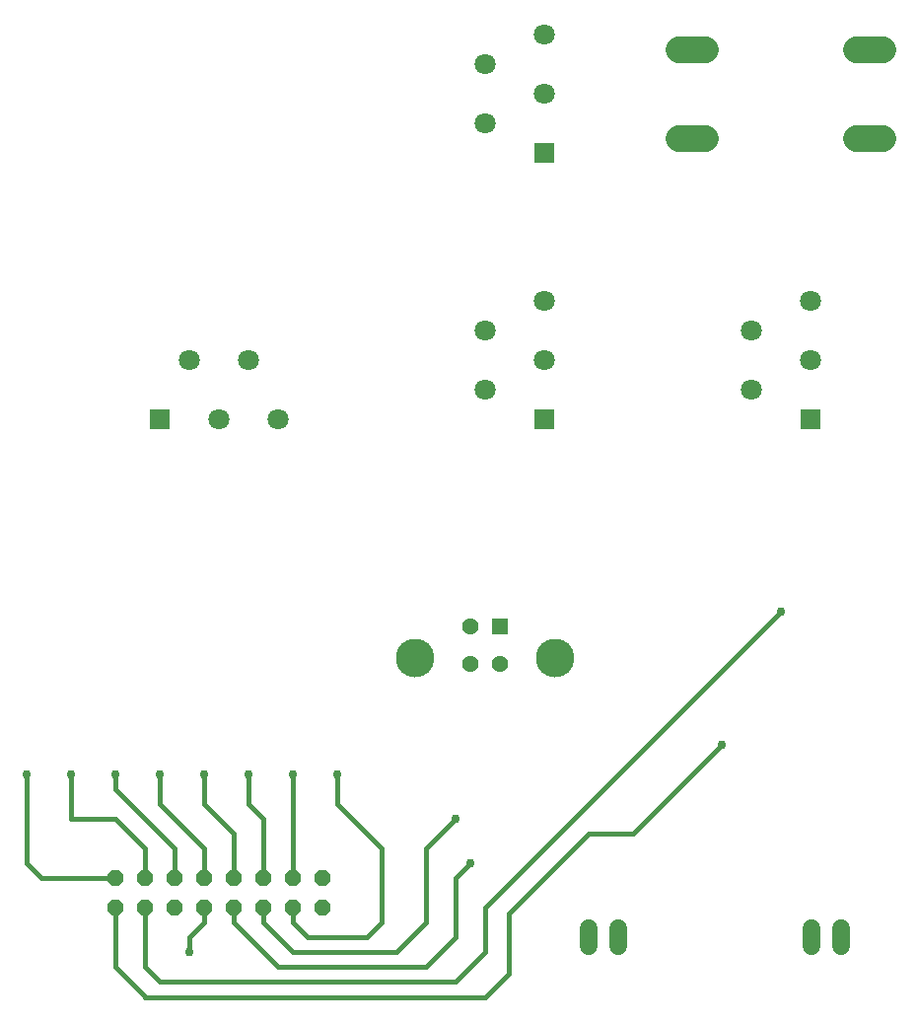
<source format=gbr>
G04 EAGLE Gerber RS-274X export*
G75*
%MOIN*%
%FSLAX34Y34*%
%LPD*%
%INBottom Copper*%
%IPPOS*%
%AMOC8*
5,1,8,0,0,1.08239X$1,22.5*%
G01*
%ADD10P,0.060614X8X22.500000*%
%ADD11C,0.060000*%
%ADD12R,0.070866X0.070866*%
%ADD13C,0.070866*%
%ADD14C,0.056220*%
%ADD15R,0.056220X0.056220*%
%ADD16C,0.130551*%
%ADD17C,0.088500*%
%ADD18C,0.016000*%
%ADD19C,0.029780*%


D10*
X5000Y5000D03*
X5000Y4000D03*
X6000Y5000D03*
X6000Y4000D03*
X7000Y5000D03*
X7000Y4000D03*
X8000Y5000D03*
X8000Y4000D03*
X9000Y5000D03*
X9000Y4000D03*
X10000Y5000D03*
X10000Y4000D03*
X11000Y5000D03*
X11000Y4000D03*
X12000Y5000D03*
X12000Y4000D03*
D11*
X28550Y3300D02*
X28550Y2700D01*
X29550Y2700D02*
X29550Y3300D01*
D12*
X19500Y29500D03*
D13*
X19500Y31500D03*
X19500Y33500D03*
X17500Y30500D03*
X17500Y32500D03*
D12*
X6500Y20500D03*
D13*
X8500Y20500D03*
X10500Y20500D03*
X7500Y22500D03*
X9500Y22500D03*
D12*
X19500Y20500D03*
D13*
X19500Y22500D03*
X19500Y24500D03*
X17500Y21500D03*
X17500Y23500D03*
D12*
X28500Y20500D03*
D13*
X28500Y22500D03*
X28500Y24500D03*
X26500Y21500D03*
X26500Y23500D03*
D11*
X21000Y3300D02*
X21000Y2700D01*
X22000Y2700D02*
X22000Y3300D01*
D14*
X17016Y13500D03*
D15*
X18000Y13500D03*
D14*
X18000Y12236D03*
X17016Y12236D03*
D16*
X15138Y12435D03*
X19878Y12435D03*
D17*
X30058Y30000D02*
X30943Y30000D01*
X24943Y30000D02*
X24058Y30000D01*
X24058Y33000D02*
X24943Y33000D01*
X30058Y33000D02*
X30943Y33000D01*
D18*
X11000Y8500D02*
X11000Y5000D01*
D19*
X11000Y8500D03*
D18*
X11500Y3000D02*
X13500Y3000D01*
X11000Y3500D02*
X11000Y4000D01*
X14000Y3500D02*
X14000Y6000D01*
X12500Y7500D01*
X12500Y8500D01*
D19*
X12500Y8500D03*
D18*
X14000Y3500D02*
X13500Y3000D01*
X11500Y3000D02*
X11000Y3500D01*
X10000Y5000D02*
X10000Y7000D01*
D19*
X9500Y8500D03*
D18*
X9500Y7500D02*
X10000Y7000D01*
X9500Y7500D02*
X9500Y8500D01*
X2500Y5000D02*
X2000Y5500D01*
X2000Y8500D01*
X2500Y5000D02*
X5000Y5000D01*
D19*
X2000Y8500D03*
D18*
X6000Y980D02*
X17500Y980D01*
D19*
X25500Y9500D03*
D18*
X21000Y6500D02*
X18300Y3800D01*
X22500Y6500D02*
X25500Y9500D01*
X22500Y6500D02*
X21000Y6500D01*
X5000Y4000D02*
X5000Y2000D01*
X6000Y1000D01*
X6000Y980D01*
X17500Y980D02*
X18300Y1780D01*
X18300Y3800D01*
X6000Y5000D02*
X6000Y6000D01*
X5000Y7000D01*
D19*
X3500Y8500D03*
D18*
X3500Y7000D02*
X5000Y7000D01*
X3500Y7000D02*
X3500Y8500D01*
X6500Y1500D02*
X16500Y1500D01*
X6000Y2000D02*
X6000Y4000D01*
D19*
X27500Y14000D03*
D18*
X17500Y4000D02*
X17500Y2500D01*
X17500Y4000D02*
X27500Y14000D01*
X6500Y1500D02*
X6000Y2000D01*
X16500Y1500D02*
X17500Y2500D01*
X7000Y5000D02*
X7000Y6000D01*
D19*
X5000Y8500D03*
D18*
X5000Y8000D02*
X7000Y6000D01*
X5000Y8000D02*
X5000Y8500D01*
X8000Y6000D02*
X8000Y5000D01*
D19*
X6500Y8500D03*
D18*
X6500Y7500D02*
X8000Y6000D01*
X6500Y7500D02*
X6500Y8500D01*
X9000Y6500D02*
X9000Y5000D01*
D19*
X8000Y8500D03*
D18*
X8000Y7500D02*
X9000Y6500D01*
X8000Y7500D02*
X8000Y8500D01*
X11000Y2500D02*
X14500Y2500D01*
X10000Y3500D02*
X10000Y4000D01*
D19*
X16500Y7000D03*
D18*
X15500Y6000D01*
X15500Y3500D01*
X14500Y2500D01*
X11000Y2500D02*
X10000Y3500D01*
X9000Y3500D02*
X9000Y4000D01*
X10500Y2000D02*
X15500Y2000D01*
X16500Y5000D02*
X17000Y5500D01*
X16500Y5000D02*
X16500Y3000D01*
D19*
X17000Y5500D03*
D18*
X16500Y3000D02*
X15500Y2000D01*
X10500Y2000D02*
X9000Y3500D01*
X8000Y3500D02*
X8000Y4000D01*
X8000Y3500D02*
X7500Y3000D01*
D19*
X7500Y2500D03*
D18*
X7500Y3000D01*
M02*

</source>
